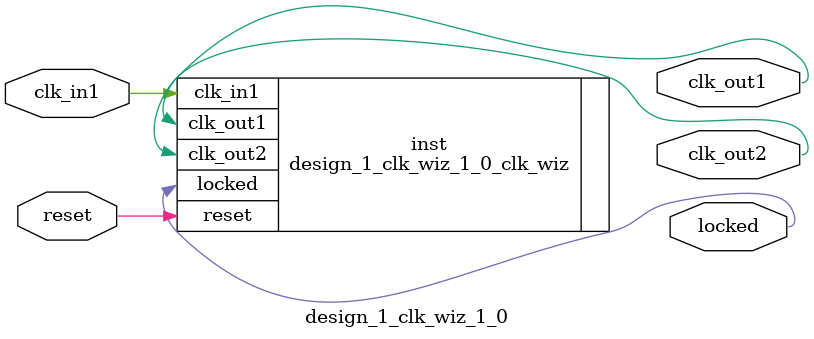
<source format=v>


`timescale 1ps/1ps

(* CORE_GENERATION_INFO = "design_1_clk_wiz_1_0,clk_wiz_v6_0_6_0_0,{component_name=design_1_clk_wiz_1_0,use_phase_alignment=true,use_min_o_jitter=false,use_max_i_jitter=false,use_dyn_phase_shift=false,use_inclk_switchover=false,use_dyn_reconfig=false,enable_axi=0,feedback_source=FDBK_AUTO,PRIMITIVE=MMCM,num_out_clk=2,clkin1_period=83.333,clkin2_period=10.0,use_power_down=false,use_reset=true,use_locked=true,use_inclk_stopped=false,feedback_type=SINGLE,CLOCK_MGR_TYPE=NA,manual_override=false}" *)

module design_1_clk_wiz_1_0 
 (
  // Clock out ports
  output        clk_out1,
  output        clk_out2,
  // Status and control signals
  input         reset,
  output        locked,
 // Clock in ports
  input         clk_in1
 );

  design_1_clk_wiz_1_0_clk_wiz inst
  (
  // Clock out ports  
  .clk_out1(clk_out1),
  .clk_out2(clk_out2),
  // Status and control signals               
  .reset(reset), 
  .locked(locked),
 // Clock in ports
  .clk_in1(clk_in1)
  );

endmodule

</source>
